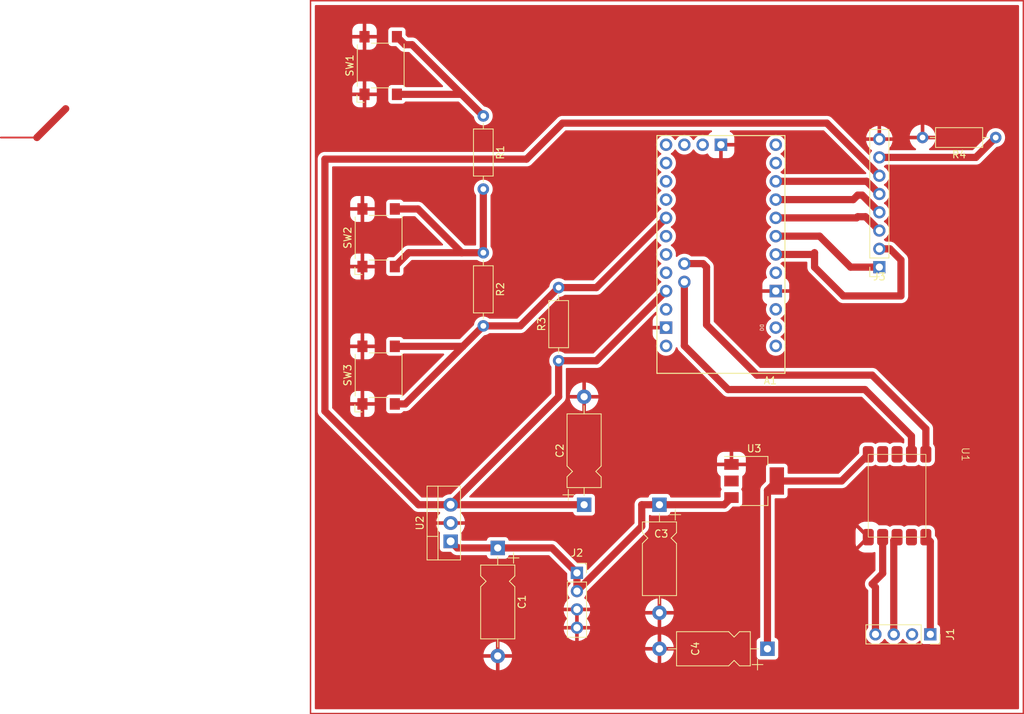
<source format=kicad_pcb>
(kicad_pcb (version 20221018) (generator pcbnew)
  (layers (0 "F.Cu" signal) (31 "B.Cu" signal) (34 "B.Paste" user) (35 "F.Paste" user) (36 "B.SilkS" user "B.Silkscreen") (37 "F.SilkS" user "F.Silkscreen") (38 "B.Mask" user) (39 "F.Mask" user) (44 "Edge.Cuts" user))
  (net 0 "")
  (net 1 "Net-(A1-PadA0)")
  (net 5 "Net-(A1-A4{slash}SDA)")
  (net 6 "Net-(A1-A5{slash}SCL)")
  (net 12 "Net-(A1-D3_INT1)")
  (net 13 "Net-(J3-Pin_1)")
  (net 14 "Net-(J3-Pin_3)")
  (net 15 "Net-(J3-Pin_4)")
  (net 16 "Net-(J3-Pin_5)")
  (net 23 "GND")
  (net 27 "+5V")
  (net 28 "Net-(J2-Pin_1)")
  (net 29 "+3.3V")
  (net 30 "Net-(J1-Pin_1)")
  (net 32 "Net-(J1-Pin_3)")
  (net 33 "Net-(J1-Pin_4)")
  (net 34 "Net-(J3-Pin_7)")
  (net 35 "Net-(R1-Pad1)")
  (net 36 "Net-(R1-Pad2)")
  (footprint "Package_TO_SOT_SMD:SOT-223-3_TabPin2" (layer "F.Cu") (at 123.61 107.7)
    (fp_text reference "U3" (at 0 -4.5) (layer "F.SilkS"))
    (fp_text value "AMS1117-3.3")
    (fp_line (start -4.1 -3.41) (end 1.91 -3.41) (stroke (width 0.12)) (layer "F.SilkS"))
    (fp_line (start -1.85 3.41) (end 1.91 3.41) (stroke (width 0.12)) (layer "F.SilkS"))
    (fp_line (start 1.91 -3.41) (end 1.91 -2.15) (stroke (width 0.12)) (layer "F.SilkS"))
    (fp_line (start 1.91 3.41) (end 1.91 2.15) (stroke (width 0.12)) (layer "F.SilkS"))
    (pad "1" smd rect (at -3.15 -2.3) (size 2 1.5) (layers "F.Cu" "F.Paste" "F.Mask") (net 23 "GND"))
    (pad "2" smd rect (at -3.15 0) (size 2 1.5) (layers "F.Cu" "F.Paste" "F.Mask") (net 29 "+3.3V"))
    (pad "2" smd rect (at 3.15 0) (size 2 3.8) (layers "F.Cu" "F.Paste" "F.Mask") (net 29 "+3.3V"))
    (pad "3" smd rect (at -3.15 2.3) (size 2 1.5) (layers "F.Cu" "F.Paste" "F.Mask") (net 28 "Net-(J2-Pin_1)"))
  )
  (footprint "Resistor_THT:R_Axial_DIN0207_L6.3mm_D2.5mm_P10.16mm_Horizontal" (layer "F.Cu") (at 86 76 -90)
    (fp_text reference "R2" (at 5.08 -2.37 90) (layer "F.SilkS"))
    (fp_text value "R")
    (fp_line (start 1.04 0) (end 1.81 0) (stroke (width 0.12)) (layer "F.SilkS"))
    (fp_line (start 1.81 -1.37) (end 1.81 1.37) (stroke (width 0.12)) (layer "F.SilkS"))
    (fp_line (start 1.81 1.37) (end 8.35 1.37) (stroke (width 0.12)) (layer "F.SilkS"))
    (fp_line (start 8.35 -1.37) (end 1.81 -1.37) (stroke (width 0.12)) (layer "F.SilkS"))
    (fp_line (start 8.35 1.37) (end 8.35 -1.37) (stroke (width 0.12)) (layer "F.SilkS"))
    (fp_line (start 9.12 0) (end 8.35 0) (stroke (width 0.12)) (layer "F.SilkS"))
    (pad "1" thru_hole circle (at 0 0 270) (size 1.6 1.6) (drill 0.8) (layers "*.Cu" "*.Mask") (net 36 "Net-(R1-Pad2)"))
    (pad "2" thru_hole oval (at 10.16 0 270) (size 1.6 1.6) (drill 0.8) (layers "*.Cu" "*.Mask") (net 1 "Net-(A1-PadA0)"))
  )
  (footprint "PCM_arduino-library:Clone_Pro_Mini_Socket_NoSPH" (layer "F.Cu") (at 119 76.24 180)
    (fp_text reference "A1" (at -6.858 -17.526) (layer "F.SilkS"))
    (fp_text value "Clone_Pro_Mini_Socket_NoSPH")
    (fp_text user "D0" (at -5.715 -10.16 90 unlocked) (layer "B.SilkS") (effects (font (size 0.5 0.5) (thickness 0.075)) (justify mirror)))
    (fp_text user "D0" (at -5.715 -10.16 90 unlocked) (layer "F.SilkS") (effects (font (size 0.5 0.5) (thickness 0.075))))
    (fp_line (start -8.89 -16.51) (end -8.89 16.51) (stroke (width 0.15)) (layer "F.SilkS"))
    (fp_line (start 8.89 -16.51) (end -8.89 -16.51) (stroke (width 0.15)) (layer "F.SilkS"))
    (fp_line (start 8.89 -16.51) (end 8.89 16.51) (stroke (width 0.15)) (layer "F.SilkS"))
    (fp_line (start 8.89 16.51) (end -8.89 16.51) (stroke (width 0.15)) (layer "F.SilkS"))
    (pad "A0" thru_hole circle (at 7.62 5.08 180) (size 1.7272 1.7272) (drill 1.016) (layers "*.Cu" "*.Mask") (net 1 "Net-(A1-PadA0)"))
    (pad "A1" thru_hole circle (at 7.62 2.54 180) (size 1.7272 1.7272) (drill 1.016) (layers "*.Cu" "*.Mask"))
    (pad "A2" thru_hole circle (at 7.62 0 180) (size 1.7272 1.7272) (drill 1.016) (layers "*.Cu" "*.Mask"))
    (pad "A3" thru_hole circle (at 7.62 -2.54 180) (size 1.7272 1.7272) (drill 1.016) (layers "*.Cu" "*.Mask"))
    (pad "A4" thru_hole circle (at 5.08 -1.27 180) (size 1.7272 1.7272) (drill 1.016) (layers "*.Cu" "*.Mask") (net 5 "Net-(A1-A4{slash}SDA)"))
    (pad "A5" thru_hole circle (at 5.08 -3.81 180) (size 1.7272 1.7272) (drill 1.016) (layers "*.Cu" "*.Mask") (net 6 "Net-(A1-A5{slash}SCL)"))
    (pad "A6" thru_hole circle (at 2.54 15.24 180) (size 1.7272 1.7272) (drill 1.016) (layers "*.Cu" "*.Mask"))
    (pad "A7" thru_hole circle (at 5.08 15.24 180) (size 1.7272 1.7272) (drill 1.016) (layers "*.Cu" "*.Mask"))
    (pad "D0" thru_hole circle (at -7.62 -10.16 180) (size 1.7272 1.7272) (drill 1.016) (layers "*.Cu" "*.Mask"))
    (pad "D1" thru_hole circle (at -7.62 -12.7 180) (size 1.7272 1.7272) (drill 1.016) (layers "*.Cu" "*.Mask"))
    (pad "D2" thru_hole circle (at -7.62 -2.54 180) (size 1.7272 1.7272) (drill 1.016) (layers "*.Cu" "*.Mask"))
    (pad "D3" thru_hole circle (at -7.62 0 180) (size 1.7272 1.7272) (drill 1.016) (layers "*.Cu" "*.Mask") (net 12 "Net-(A1-D3_INT1)"))
    (pad "D4" thru_hole circle (at -7.62 2.54 180) (size 1.7272 1.7272) (drill 1.016) (layers "*.Cu" "*.Mask") (net 13 "Net-(J3-Pin_1)"))
    (pad "D5" thru_hole circle (at -7.62 5.08 180) (size 1.7272 1.7272) (drill 1.016) (layers "*.Cu" "*.Mask") (net 14 "Net-(J3-Pin_3)"))
    (pad "D6" thru_hole circle (at -7.62 7.62 180) (size 1.7272 1.7272) (drill 1.016) (layers "*.Cu" "*.Mask") (net 15 "Net-(J3-Pin_4)"))
    (pad "D7" thru_hole circle (at -7.62 10.16 180) (size 1.7272 1.7272) (drill 1.016) (layers "*.Cu" "*.Mask") (net 16 "Net-(J3-Pin_5)"))
    (pad "D8" thru_hole circle (at -7.62 12.7 180) (size 1.7272 1.7272) (drill 1.016) (layers "*.Cu" "*.Mask"))
    (pad "D9" thru_hole circle (at -7.62 15.24 180) (size 1.7272 1.7272) (drill 1.016) (layers "*.Cu" "*.Mask"))
    (pad "D10" thru_hole circle (at 7.62 15.24 180) (size 1.7272 1.7272) (drill 1.016) (layers "*.Cu" "*.Mask"))
    (pad "D11" thru_hole circle (at 7.62 12.7 180) (size 1.7272 1.7272) (drill 1.016) (layers "*.Cu" "*.Mask"))
    (pad "D12" thru_hole circle (at 7.62 10.16 180) (size 1.7272 1.7272) (drill 1.016) (layers "*.Cu" "*.Mask"))
    (pad "D13" thru_hole circle (at 7.62 7.62 180) (size 1.7272 1.7272) (drill 1.016) (layers "*.Cu" "*.Mask"))
    (pad "GND1" thru_hole rect (at -7.62 -5.08 180) (size 1.7272 1.7272) (drill 1.016) (layers "*.Cu" "*.Mask") (net 23 "GND"))
    (pad "GND2" thru_hole rect (at 7.62 -10.16 180) (size 1.7272 1.7272) (drill 1.016) (layers "*.Cu" "*.Mask") (net 23 "GND"))
    (pad "GND3" thru_hole rect (at 0 15.24 180) (size 1.7272 1.7272) (drill 1.016) (layers "*.Cu" "*.Mask") (net 23 "GND"))
    (pad "RAW" thru_hole circle (at 7.62 -12.7 180) (size 1.7272 1.7272) (drill 1.016) (layers "*.Cu" "*.Mask"))
    (pad "RST1" thru_hole circle (at -7.62 -7.62 180) (size 1.7272 1.7272) (drill 1.016) (layers "*.Cu" "*.Mask"))
    (pad "RST2" thru_hole circle (at 7.62 -7.62 180) (size 1.7272 1.7272) (drill 1.016) (layers "*.Cu" "*.Mask"))
    (pad "Vcc1" thru_hole circle (at 7.62 -5.08 180) (size 1.7272 1.7272) (drill 1.016) (layers "*.Cu" "*.Mask") (net 27 "+5V"))
  )
  (footprint "Capacitor_THT:CP_Axial_L10.0mm_D4.5mm_P15.00mm_Horizontal" (layer "F.Cu") (at 125.46 131 180)
    (fp_text reference "C4" (at 10 0 270) (layer "F.SilkS"))
    (fp_text value "C")
    (fp_line (start 0.63 -2.2) (end 2.13 -2.2) (stroke (width 0.12)) (layer "F.SilkS"))
    (fp_line (start 1.24 0) (end 2.38 0) (stroke (width 0.12)) (layer "F.SilkS"))
    (fp_line (start 1.38 -2.95) (end 1.38 -1.45) (stroke (width 0.12)) (layer "F.SilkS"))
    (fp_line (start 2.38 -2.37) (end 2.38 2.37) (stroke (width 0.12)) (layer "F.SilkS"))
    (fp_line (start 2.38 -2.37) (end 3.88 -2.37) (stroke (width 0.12)) (layer "F.SilkS"))
    (fp_line (start 2.38 2.37) (end 3.88 2.37) (stroke (width 0.12)) (layer "F.SilkS"))
    (fp_line (start 3.88 -2.37) (end 4.63 -1.62) (stroke (width 0.12)) (layer "F.SilkS"))
    (fp_line (start 3.88 2.37) (end 4.63 1.62) (stroke (width 0.12)) (layer "F.SilkS"))
    (fp_line (start 4.63 -1.62) (end 5.38 -2.37) (stroke (width 0.12)) (layer "F.SilkS"))
    (fp_line (start 4.63 1.62) (end 5.38 2.37) (stroke (width 0.12)) (layer "F.SilkS"))
    (fp_line (start 5.38 -2.37) (end 12.62 -2.37) (stroke (width 0.12)) (layer "F.SilkS"))
    (fp_line (start 5.38 2.37) (end 12.62 2.37) (stroke (width 0.12)) (layer "F.SilkS"))
    (fp_line (start 12.62 -2.37) (end 12.62 2.37) (stroke (width 0.12)) (layer "F.SilkS"))
    (fp_line (start 13.76 0) (end 12.62 0) (stroke (width 0.12)) (layer "F.SilkS"))
    (pad "1" thru_hole rect (at 0 0 180) (size 2 2) (drill 1) (layers "*.Cu" "*.Mask") (net 29 "+3.3V"))
    (pad "2" thru_hole oval (at 15 0 180) (size 2 2) (drill 1) (layers "*.Cu" "*.Mask") (net 23 "GND"))
  )
  (footprint "Capacitor_THT:CP_Axial_L10.0mm_D4.5mm_P15.00mm_Horizontal" (layer "F.Cu") (at 88 117 -90)
    (fp_text reference "C1" (at 7.5 -3.37 90) (layer "F.SilkS"))
    (fp_text value "C")
    (fp_line (start 0.63 -2.2) (end 2.13 -2.2) (stroke (width 0.12)) (layer "F.SilkS"))
    (fp_line (start 1.24 0) (end 2.38 0) (stroke (width 0.12)) (layer "F.SilkS"))
    (fp_line (start 1.38 -2.95) (end 1.38 -1.45) (stroke (width 0.12)) (layer "F.SilkS"))
    (fp_line (start 2.38 -2.37) (end 2.38 2.37) (stroke (width 0.12)) (layer "F.SilkS"))
    (fp_line (start 2.38 -2.37) (end 3.88 -2.37) (stroke (width 0.12)) (layer "F.SilkS"))
    (fp_line (start 2.38 2.37) (end 3.88 2.37) (stroke (width 0.12)) (layer "F.SilkS"))
    (fp_line (start 3.88 -2.37) (end 4.63 -1.62) (stroke (width 0.12)) (layer "F.SilkS"))
    (fp_line (start 3.88 2.37) (end 4.63 1.62) (stroke (width 0.12)) (layer "F.SilkS"))
    (fp_line (start 4.63 -1.62) (end 5.38 -2.37) (stroke (width 0.12)) (layer "F.SilkS"))
    (fp_line (start 4.63 1.62) (end 5.38 2.37) (stroke (width 0.12)) (layer "F.SilkS"))
    (fp_line (start 5.38 -2.37) (end 12.62 -2.37) (stroke (width 0.12)) (layer "F.SilkS"))
    (fp_line (start 5.38 2.37) (end 12.62 2.37) (stroke (width 0.12)) (layer "F.SilkS"))
    (fp_line (start 12.62 -2.37) (end 12.62 2.37) (stroke (width 0.12)) (layer "F.SilkS"))
    (fp_line (start 13.76 0) (end 12.62 0) (stroke (width 0.12)) (layer "F.SilkS"))
    (pad "1" thru_hole rect (at 0 0 270) (size 2 2) (drill 1) (layers "*.Cu" "*.Mask") (net 28 "Net-(J2-Pin_1)"))
    (pad "2" thru_hole oval (at 15 0 270) (size 2 2) (drill 1) (layers "*.Cu" "*.Mask") (net 23 "GND"))
  )
  (footprint "Resistor_THT:R_Axial_DIN0207_L6.3mm_D2.5mm_P10.16mm_Horizontal" (layer "F.Cu") (at 96.46 91 90)
    (fp_text reference "R3" (at 5.08 -2.37 90) (layer "F.SilkS"))
    (fp_text value "R")
    (fp_line (start 1.04 0) (end 1.81 0) (stroke (width 0.12)) (layer "F.SilkS"))
    (fp_line (start 1.81 -1.37) (end 1.81 1.37) (stroke (width 0.12)) (layer "F.SilkS"))
    (fp_line (start 1.81 1.37) (end 8.35 1.37) (stroke (width 0.12)) (layer "F.SilkS"))
    (fp_line (start 8.35 -1.37) (end 1.81 -1.37) (stroke (width 0.12)) (layer "F.SilkS"))
    (fp_line (start 8.35 1.37) (end 8.35 -1.37) (stroke (width 0.12)) (layer "F.SilkS"))
    (fp_line (start 9.12 0) (end 8.35 0) (stroke (width 0.12)) (layer "F.SilkS"))
    (pad "1" thru_hole circle (at 0 0 90) (size 1.6 1.6) (drill 0.8) (layers "*.Cu" "*.Mask") (net 27 "+5V"))
    (pad "2" thru_hole oval (at 10.16 0 90) (size 1.6 1.6) (drill 0.8) (layers "*.Cu" "*.Mask") (net 1 "Net-(A1-PadA0)"))
  )
  (footprint "Connector_PinSocket_2.54mm:PinSocket_1x08_P2.54mm_Vertical" (layer "F.Cu") (at 141 78 180)
    (fp_text reference "J3" (at 0 -1.33) (layer "F.SilkS"))
    (fp_text value "Conn_01x08_Pin")
    (fp_line (start -1.33 1.27) (end -1.33 19.11) (stroke (width 0.12)) (layer "F.SilkS"))
    (fp_line (start -1.33 1.27) (end 1.33 1.27) (stroke (width 0.12)) (layer "F.SilkS"))
    (fp_line (start -1.33 19.11) (end 1.33 19.11) (stroke (width 0.12)) (layer "F.SilkS"))
    (fp_line (start 0 -1.33) (end 1.33 -1.33) (stroke (width 0.12)) (layer "F.SilkS"))
    (fp_line (start 1.33 -1.33) (end 1.33 0) (stroke (width 0.12)) (layer "F.SilkS"))
    (fp_line (start 1.33 1.27) (end 1.33 19.11) (stroke (width 0.12)) (layer "F.SilkS"))
    (pad "1" thru_hole rect (at 0 0 180) (size 1.7 1.7) (drill 1) (layers "*.Cu" "*.Mask") (net 13 "Net-(J3-Pin_1)"))
    (pad "2" thru_hole oval (at 0 2.54 180) (size 1.7 1.7) (drill 1) (layers "*.Cu" "*.Mask") (net 12 "Net-(A1-D3_INT1)"))
    (pad "3" thru_hole oval (at 0 5.08 180) (size 1.7 1.7) (drill 1) (layers "*.Cu" "*.Mask") (net 14 "Net-(J3-Pin_3)"))
    (pad "4" thru_hole oval (at 0 7.62 180) (size 1.7 1.7) (drill 1) (layers "*.Cu" "*.Mask") (net 15 "Net-(J3-Pin_4)"))
    (pad "5" thru_hole oval (at 0 10.16 180) (size 1.7 1.7) (drill 1) (layers "*.Cu" "*.Mask") (net 16 "Net-(J3-Pin_5)"))
    (pad "6" thru_hole oval (at 0 12.7 180) (size 1.7 1.7) (drill 1) (layers "*.Cu" "*.Mask") (net 27 "+5V"))
    (pad "7" thru_hole oval (at 0 15.24 180) (size 1.7 1.7) (drill 1) (layers "*.Cu" "*.Mask") (net 34 "Net-(J3-Pin_7)"))
    (pad "8" thru_hole oval (at 0 17.78 180) (size 1.7 1.7) (drill 1) (layers "*.Cu" "*.Mask") (net 23 "GND"))
  )
  (footprint "Resistor_THT:R_Axial_DIN0207_L6.3mm_D2.5mm_P10.16mm_Horizontal" (layer "F.Cu") (at 86 57 -90)
    (fp_text reference "R1" (at 5.08 -2.37 90) (layer "F.SilkS"))
    (fp_text value "R")
    (fp_line (start 1.04 0) (end 1.81 0) (stroke (width 0.12)) (layer "F.SilkS"))
    (fp_line (start 1.81 -1.37) (end 1.81 1.37) (stroke (width 0.12)) (layer "F.SilkS"))
    (fp_line (start 1.81 1.37) (end 8.35 1.37) (stroke (width 0.12)) (layer "F.SilkS"))
    (fp_line (start 8.35 -1.37) (end 1.81 -1.37) (stroke (width 0.12)) (layer "F.SilkS"))
    (fp_line (start 8.35 1.37) (end 8.35 -1.37) (stroke (width 0.12)) (layer "F.SilkS"))
    (fp_line (start 9.12 0) (end 8.35 0) (stroke (width 0.12)) (layer "F.SilkS"))
    (pad "1" thru_hole circle (at 0 0 270) (size 1.6 1.6) (drill 0.8) (layers "*.Cu" "*.Mask") (net 35 "Net-(R1-Pad1)"))
    (pad "2" thru_hole oval (at 10.16 0 270) (size 1.6 1.6) (drill 0.8) (layers "*.Cu" "*.Mask") (net 36 "Net-(R1-Pad2)"))
  )
  (footprint "Button_Switch_SMD:SW_SPST_Omron_B3FS-100xP" (layer "F.Cu") (at 71.46 93 90)
    (fp_text reference "SW3" (at 0 -4.3 90) (layer "F.SilkS"))
    (fp_text value "SW_Push")
    (fp_line (start -5.1 -3.3) (end -4.1 -3.3) (stroke (width 0.12)) (layer "F.SilkS"))
    (fp_line (start -5.1 -2.3) (end -5.1 -3.3) (stroke (width 0.12)) (layer "F.SilkS"))
    (fp_line (start -3.1 -1.3) (end -3.1 1.3) (stroke (width 0.12)) (layer "F.SilkS"))
    (fp_line (start 2.9 -3.25) (end -2.9 -3.25) (stroke (width 0.12)) (layer "F.SilkS"))
    (fp_line (start 3 3.25) (end -3 3.25) (stroke (width 0.12)) (layer "F.SilkS"))
    (fp_line (start 3.1 -1.3) (end 3.1 1.3) (stroke (width 0.12)) (layer "F.SilkS"))
    (pad "1" smd rect (at -4 -2.25 270) (size 1.6 1.4) (layers "F.Cu" "F.Paste" "F.Mask") (net 23 "GND"))
    (pad "1" smd rect (at 4 -2.25 270) (size 1.6 1.4) (layers "F.Cu" "F.Paste" "F.Mask") (net 23 "GND"))
    (pad "2" smd rect (at -4 2.25 270) (size 1.6 1.4) (layers "F.Cu" "F.Paste" "F.Mask") (net 1 "Net-(A1-PadA0)"))
    (pad "2" smd rect (at 4 2.25 270) (size 1.6 1.4) (layers "F.Cu" "F.Paste" "F.Mask") (net 1 "Net-(A1-PadA0)"))
  )
  (footprint "Resistor_THT:R_Axial_DIN0207_L6.3mm_D2.5mm_P10.16mm_Horizontal" (layer "F.Cu") (at 157.16 60 180)
    (fp_text reference "R4" (at 5.08 -2.37) (layer "F.SilkS"))
    (fp_text value "R")
    (fp_line (start 1.04 0) (end 1.81 0) (stroke (width 0.12)) (layer "F.SilkS"))
    (fp_line (start 1.81 -1.37) (end 1.81 1.37) (stroke (width 0.12)) (layer "F.SilkS"))
    (fp_line (start 1.81 1.37) (end 8.35 1.37) (stroke (width 0.12)) (layer "F.SilkS"))
    (fp_line (start 8.35 -1.37) (end 1.81 -1.37) (stroke (width 0.12)) (layer "F.SilkS"))
    (fp_line (start 8.35 1.37) (end 8.35 -1.37) (stroke (width 0.12)) (layer "F.SilkS"))
    (fp_line (start 9.12 0) (end 8.35 0) (stroke (width 0.12)) (layer "F.SilkS"))
    (pad "1" thru_hole circle (at 0 0 180) (size 1.6 1.6) (drill 0.8) (layers "*.Cu" "*.Mask") (net 34 "Net-(J3-Pin_7)"))
    (pad "2" thru_hole oval (at 10.16 0 180) (size 1.6 1.6) (drill 0.8) (layers "*.Cu" "*.Mask") (net 23 "GND"))
  )
  (footprint "Connector_PinSocket_2.54mm:PinSocket_1x04_P2.54mm_Vertical" (layer "F.Cu") (at 148.08 129 -90)
    (fp_text reference "J1" (at 0 -2.77 90) (layer "F.SilkS"))
    (fp_text value "Conn_01x04_Socket")
    (fp_line (start -1.33 1.27) (end -1.33 8.95) (stroke (width 0.12)) (layer "F.SilkS"))
    (fp_line (start -1.33 1.27) (end 1.33 1.27) (stroke (width 0.12)) (layer "F.SilkS"))
    (fp_line (start -1.33 8.95) (end 1.33 8.95) (stroke (width 0.12)) (layer "F.SilkS"))
    (fp_line (start 0 -1.33) (end 1.33 -1.33) (stroke (width 0.12)) (layer "F.SilkS"))
    (fp_line (start 1.33 -1.33) (end 1.33 0) (stroke (width 0.12)) (layer "F.SilkS"))
    (fp_line (start 1.33 1.27) (end 1.33 8.95) (stroke (width 0.12)) (layer "F.SilkS"))
    (pad "1" thru_hole rect (at 0 0 270) (size 1.7 1.7) (drill 1) (layers "*.Cu" "*.Mask") (net 30 "Net-(J1-Pin_1)"))
    (pad "2" thru_hole oval (at 0 2.54 270) (size 1.7 1.7) (drill 1) (layers "*.Cu" "*.Mask"))
    (pad "3" thru_hole oval (at 0 5.08 270) (size 1.7 1.7) (drill 1) (layers "*.Cu" "*.Mask") (net 32 "Net-(J1-Pin_3)"))
    (pad "4" thru_hole oval (at 0 7.62 270) (size 1.7 1.7) (drill 1) (layers "*.Cu" "*.Mask") (net 33 "Net-(J1-Pin_4)"))
  )
  (footprint "Button_Switch_SMD:SW_SPST_Omron_B3FS-100xP" (layer "F.Cu") (at 71.46 73.92 90)
    (fp_text reference "SW2" (at 0 -4.3 90) (layer "F.SilkS"))
    (fp_text value "SW_Push")
    (fp_line (start -5.1 -3.3) (end -4.1 -3.3) (stroke (width 0.12)) (layer "F.SilkS"))
    (fp_line (start -5.1 -2.3) (end -5.1 -3.3) (stroke (width 0.12)) (layer "F.SilkS"))
    (fp_line (start -3.1 -1.3) (end -3.1 1.3) (stroke (width 0.12)) (layer "F.SilkS"))
    (fp_line (start 2.9 -3.25) (end -2.9 -3.25) (stroke (width 0.12)) (layer "F.SilkS"))
    (fp_line (start 3 3.25) (end -3 3.25) (stroke (width 0.12)) (layer "F.SilkS"))
    (fp_line (start 3.1 -1.3) (end 3.1 1.3) (stroke (width 0.12)) (layer "F.SilkS"))
    (pad "1" smd rect (at -4 -2.25 270) (size 1.6 1.4) (layers "F.Cu" "F.Paste" "F.Mask") (net 23 "GND"))
    (pad "1" smd rect (at 4 -2.25 270) (size 1.6 1.4) (layers "F.Cu" "F.Paste" "F.Mask") (net 23 "GND"))
    (pad "2" smd rect (at -4 2.25 270) (size 1.6 1.4) (layers "F.Cu" "F.Paste" "F.Mask") (net 36 "Net-(R1-Pad2)"))
    (pad "2" smd rect (at 4 2.25 270) (size 1.6 1.4) (layers "F.Cu" "F.Paste" "F.Mask") (net 36 "Net-(R1-Pad2)"))
  )
  (footprint "Package_TO_SOT_THT:TO-220-3_Vertical" (layer "F.Cu") (at 81.46 116.08 90)
    (fp_text reference "U2" (at 2.54 -4.27 90) (layer "F.SilkS"))
    (fp_text value "LM7805_TO220")
    (fp_line (start -2.58 -3.27) (end -2.58 1.371) (stroke (width 0.12)) (layer "F.SilkS"))
    (fp_line (start -2.58 -3.27) (end 7.66 -3.27) (stroke (width 0.12)) (layer "F.SilkS"))
    (fp_line (start -2.58 -1.76) (end 7.66 -1.76) (stroke (width 0.12)) (layer "F.SilkS"))
    (fp_line (start -2.58 1.371) (end 7.66 1.371) (stroke (width 0.12)) (layer "F.SilkS"))
    (fp_line (start 0.69 -3.27) (end 0.69 -1.76) (stroke (width 0.12)) (layer "F.SilkS"))
    (fp_line (start 4.391 -3.27) (end 4.391 -1.76) (stroke (width 0.12)) (layer "F.SilkS"))
    (fp_line (start 7.66 -3.27) (end 7.66 1.371) (stroke (width 0.12)) (layer "F.SilkS"))
    (pad "1" thru_hole rect (at 0 0 90) (size 1.905 2) (drill 1.1) (layers "*.Cu" "*.Mask") (net 28 "Net-(J2-Pin_1)"))
    (pad "2" thru_hole oval (at 2.54 0 90) (size 1.905 2) (drill 1.1) (layers "*.Cu" "*.Mask") (net 23 "GND"))
    (pad "3" thru_hole oval (at 5.08 0 90) (size 1.905 2) (drill 1.1) (layers "*.Cu" "*.Mask") (net 27 "+5V"))
  )
  (footprint "Connector_PinSocket_2.54mm:PinSocket_1x04_P2.54mm_Vertical" (layer "F.Cu") (at 99 120.46)
    (fp_text reference "J2" (at 0 -2.77) (layer "F.SilkS"))
    (fp_text value "Conn_01x04_Socket")
    (fp_line (start -1.33 1.27) (end -1.33 8.95) (stroke (width 0.12)) (layer "F.SilkS"))
    (fp_line (start -1.33 1.27) (end 1.33 1.27) (stroke (width 0.12)) (layer "F.SilkS"))
    (fp_line (start -1.33 8.95) (end 1.33 8.95) (stroke (width 0.12)) (layer "F.SilkS"))
    (fp_line (start 0 -1.33) (end 1.33 -1.33) (stroke (width 0.12)) (layer "F.SilkS"))
    (fp_line (start 1.33 -1.33) (end 1.33 0) (stroke (width 0.12)) (layer "F.SilkS"))
    (fp_line (start 1.33 1.27) (end 1.33 8.95) (stroke (width 0.12)) (layer "F.SilkS"))
    (pad "1" thru_hole rect (at 0 0) (size 1.7 1.7) (drill 1) (layers "*.Cu" "*.Mask") (net 28 "Net-(J2-Pin_1)"))
    (pad "2" thru_hole oval (at 0 2.54) (size 1.7 1.7) (drill 1) (layers "*.Cu" "*.Mask") (net 28 "Net-(J2-Pin_1)"))
    (pad "3" thru_hole oval (at 0 5.08) (size 1.7 1.7) (drill 1) (layers "*.Cu" "*.Mask") (net 23 "GND"))
    (pad "4" thru_hole oval (at 0 7.62) (size 1.7 1.7) (drill 1) (layers "*.Cu" "*.Mask") (net 23 "GND"))
  )
  (footprint "Capacitor_THT:CP_Axial_L10.0mm_D4.5mm_P15.00mm_Horizontal" (layer "F.Cu") (at 100 111 90)
    (fp_text reference "C2" (at 7.5 -3.37 90) (layer "F.SilkS"))
    (fp_text value "C")
    (fp_line (start 0.63 -2.2) (end 2.13 -2.2) (stroke (width 0.12)) (layer "F.SilkS"))
    (fp_line (start 1.24 0) (end 2.38 0) (stroke (width 0.12)) (layer "F.SilkS"))
    (fp_line (start 1.38 -2.95) (end 1.38 -1.45) (stroke (width 0.12)) (layer "F.SilkS"))
    (fp_line (start 2.38 -2.37) (end 2.38 2.37) (stroke (width 0.12)) (layer "F.SilkS"))
    (fp_line (start 2.38 -2.37) (end 3.88 -2.37) (stroke (width 0.12)) (layer "F.SilkS"))
    (fp_line (start 2.38 2.37) (end 3.88 2.37) (stroke (width 0.12)) (layer "F.SilkS"))
    (fp_line (start 3.88 -2.37) (end 4.63 -1.62) (stroke (width 0.12)) (layer "F.SilkS"))
    (fp_line (start 3.88 2.37) (end 4.63 1.62) (stroke (width 0.12)) (layer "F.SilkS"))
    (fp_line (start 4.63 -1.62) (end 5.38 -2.37) (stroke (width 0.12)) (layer "F.SilkS"))
    (fp_line (start 4.63 1.62) (end 5.38 2.37) (stroke (width 0.12)) (layer "F.SilkS"))
    (fp_line (start 5.38 -2.37) (end 12.62 -2.37) (stroke (width 0.12)) (layer "F.SilkS"))
    (fp_line (start 5.38 2.37) (end 12.62 2.37) (stroke (width 0.12)) (layer "F.SilkS"))
    (fp_line (start 12.62 -2.37) (end 12.62 2.37) (stroke (width 0.12)) (layer "F.SilkS"))
    (fp_line (start 13.76 0) (end 12.62 0) (stroke (width 0.12)) (layer "F.SilkS"))
    (pad "1" thru_hole rect (at 0 0 90) (size 2 2) (drill 1) (layers "*.Cu" "*.Mask") (net 27 "+5V"))
    (pad "2" thru_hole oval (at 15 0 90) (size 2 2) (drill 1) (layers "*.Cu" "*.Mask") (net 23 "GND"))
  )
  (footprint "Button_Switch_SMD:SW_SPST_Omron_B3FS-100xP" (layer "F.Cu") (at 71.75 50 90)
    (fp_text reference "SW1" (at 0 -4.3 90) (layer "F.SilkS"))
    (fp_text value "SW_Push")
    (fp_line (start -5.1 -3.3) (end -4.1 -3.3) (stroke (width 0.12)) (layer "F.SilkS"))
    (fp_line (start -5.1 -2.3) (end -5.1 -3.3) (stroke (width 0.12)) (layer "F.SilkS"))
    (fp_line (start -3.1 -1.3) (end -3.1 1.3) (stroke (width 0.12)) (layer "F.SilkS"))
    (fp_line (start 2.9 -3.25) (end -2.9 -3.25) (stroke (width 0.12)) (layer "F.SilkS"))
    (fp_line (start 3 3.25) (end -3 3.25) (stroke (width 0.12)) (layer "F.SilkS"))
    (fp_line (start 3.1 -1.3) (end 3.1 1.3) (stroke (width 0.12)) (layer "F.SilkS"))
    (pad "1" smd rect (at -4 -2.25 270) (size 1.6 1.4) (layers "F.Cu" "F.Paste" "F.Mask") (net 23 "GND"))
    (pad "1" smd rect (at 4 -2.25 270) (size 1.6 1.4) (layers "F.Cu" "F.Paste" "F.Mask") (net 23 "GND"))
    (pad "2" smd rect (at -4 2.25 270) (size 1.6 1.4) (layers "F.Cu" "F.Paste" "F.Mask") (net 35 "Net-(R1-Pad1)"))
    (pad "2" smd rect (at 4 2.25 270) (size 1.6 1.4) (layers "F.Cu" "F.Paste" "F.Mask") (net 35 "Net-(R1-Pad1)"))
  )
  (footprint "Capacitor_THT:CP_Axial_L10.0mm_D4.5mm_P15.00mm_Horizontal" (layer "F.Cu") (at 110.46 111 -90)
    (fp_text reference "C3" (at 4.04 -0.2425) (layer "F.SilkS"))
    (fp_text value "C")
    (fp_line (start 0.63 -2.2) (end 2.13 -2.2) (stroke (width 0.12)) (layer "F.SilkS"))
    (fp_line (start 1.24 0) (end 2.38 0) (stroke (width 0.12)) (layer "F.SilkS"))
    (fp_line (start 1.38 -2.95) (end 1.38 -1.45) (stroke (width 0.12)) (layer "F.SilkS"))
    (fp_line (start 2.38 -2.37) (end 2.38 2.37) (stroke (width 0.12)) (layer "F.SilkS"))
    (fp_line (start 2.38 -2.37) (end 3.88 -2.37) (stroke (width 0.12)) (layer "F.SilkS"))
    (fp_line (start 2.38 2.37) (end 3.88 2.37) (stroke (width 0.12)) (layer "F.SilkS"))
    (fp_line (start 3.88 -2.37) (end 4.63 -1.62) (stroke (width 0.12)) (layer "F.SilkS"))
    (fp_line (start 3.88 2.37) (end 4.63 1.62) (stroke (width 0.12)) (layer "F.SilkS"))
    (fp_line (start 4.63 -1.62) (end 5.38 -2.37) (stroke (width 0.12)) (layer "F.SilkS"))
    (fp_line (start 4.63 1.62) (end 5.38 2.37) (stroke (width 0.12)) (layer "F.SilkS"))
    (fp_line (start 5.38 -2.37) (end 12.62 -2.37) (stroke (width 0.12)) (layer "F.SilkS"))
    (fp_line (start 5.38 2.37) (end 12.62 2.37) (stroke (width 0.12)) (layer "F.SilkS"))
    (fp_line (start 12.62 -2.37) (end 12.62 2.37) (stroke (width 0.12)) (layer "F.SilkS"))
    (fp_line (start 13.76 0) (end 12.62 0) (stroke (width 0.12)) (layer "F.SilkS"))
    (pad "1" thru_hole rect (at 0 0 270) (size 2 2) (drill 1) (layers "*.Cu" "*.Mask") (net 28 "Net-(J2-Pin_1)"))
    (pad "2" thru_hole oval (at 15 0 270) (size 2 2) (drill 1) (layers "*.Cu" "*.Mask") (net 23 "GND"))
  )
  (footprint "Library:rda" (layer "F.Cu") (at 147.46 104 -90)
    (fp_text reference "U1" (at 0 -5.5 -90 unlocked) (layer "F.SilkS") (effects (font (thickness 0.1))))
    (fp_text value "~")
    (fp_rect (start 0 0) (end 11.5 8) (stroke (width 0.1)) (fill none) (layer "F.SilkS"))
    (pad "1" smd roundrect (at 0 0 270) (size 2.286 1.524) (layers "F.Cu" "F.Paste" "F.Mask") (net 5 "Net-(A1-A4{slash}SDA)"))
    (pad "2" smd roundrect (at 0 2 270) (size 2.286 1.524) (layers "F.Cu" "F.Paste" "F.Mask") (net 6 "Net-(A1-A5{slash}SCL)"))
    (pad "3" smd roundrect (at 0 4 270) (size 2.286 1.524) (layers "F.Cu" "F.Paste" "F.Mask"))
    (pad "4" smd roundrect (at 0 6 270) (size 2.286 1.524) (layers "F.Cu" "F.Paste" "F.Mask"))
    (pad "5" smd roundrect (at 0 8 270) (size 2.286 1.524) (layers "F.Cu" "F.Paste" "F.Mask") (net 29 "+3.3V"))
    (pad "6" smd roundrect (at 11.5 0 270) (size 2.286 1.524) (layers "F.Cu" "F.Paste" "F.Mask") (net 30 "Net-(J1-Pin_1)"))
    (pad "7" smd roundrect (at 11.5 2 270) (size 2.286 1.524) (layers "F.Cu" "F.Paste" "F.Mask"))
    (pad "8" smd roundrect (at 11.5 4 270) (size 2.286 1.524) (layers "F.Cu" "F.Paste" "F.Mask") (net 32 "Net-(J1-Pin_3)"))
    (pad "9" smd roundrect (at 11.5 6 270) (size 2.286 1.524) (layers "F.Cu" "F.Paste" "F.Mask") (net 33 "Net-(J1-Pin_4)"))
    (pad "10" smd roundrect (at 11.5 8 270) (size 2.286 1.524) (layers "F.Cu" "F.Paste" "F.Mask") (net 23 "GND"))
  )
  (gr_rect (start 62 41) (end 161 140) (stroke (width 0.2)) (fill none) (layer "F.Cu"))
  (segment (start 19 60) (end 24 60) (width 0.25) (layer "F.Cu") (net 0))
  (segment (start 24 60) (end 28 56) (width 1) (layer "F.Cu") (net 0))
  (segment (start 96.46 80.84) (end 101.7 80.84) (width 1) (layer "F.Cu") (net 1))
  (segment (start 73.71 97) (end 75.16 97) (width 1) (layer "F.Cu") (net 1))
  (segment (start 83.16 89) (end 86 86.16) (width 1) (layer "F.Cu") (net 1))
  (segment (start 73.71 89) (end 83.16 89) (width 1) (layer "F.Cu") (net 1))
  (segment (start 91.14 86.16) (end 96.46 80.84) (width 1) (layer "F.Cu") (net 1))
  (segment (start 86 86.16) (end 91.14 86.16) (width 1) (layer "F.Cu") (net 1))
  (segment (start 75.16 97) (end 83.16 89) (width 1) (layer "F.Cu") (net 1))
  (segment (start 101.7 80.84) (end 111.38 71.16) (width 1) (layer "F.Cu") (net 1))
  (segment (start 140 93) (end 124 93) (width 1) (layer "F.Cu") (net 5))
  (segment (start 147.46 104) (end 147.46 100.46) (width 1) (layer "F.Cu") (net 5))
  (segment (start 124 93) (end 117 86) (width 1) (layer "F.Cu") (net 5))
  (segment (start 117 78) (end 116.51 77.51) (width 1) (layer "F.Cu") (net 5))
  (segment (start 117 86) (end 117 78) (width 1) (layer "F.Cu") (net 5))
  (segment (start 116.51 77.51) (end 113.92 77.51) (width 1) (layer "F.Cu") (net 5))
  (segment (start 147.46 100.46) (end 140 93) (width 1) (layer "F.Cu") (net 5))
  (segment (start 120 95) (end 113.92 88.92) (width 1) (layer "F.Cu") (net 6))
  (segment (start 145.46 104) (end 145.46 101.46) (width 1) (layer "F.Cu") (net 6))
  (segment (start 113.92 88.92) (end 113.92 80.05) (width 1) (layer "F.Cu") (net 6))
  (segment (start 145.46 101.46) (end 139 95) (width 1) (layer "F.Cu") (net 6))
  (segment (start 139 95) (end 120 95) (width 1) (layer "F.Cu") (net 6))
  (segment (start 132 78) (end 132 76) (width 1) (layer "F.Cu") (net 12))
  (segment (start 144 77) (end 144 82) (width 1) (layer "F.Cu") (net 12))
  (segment (start 131.76 76.24) (end 126.62 76.24) (width 1) (layer "F.Cu") (net 12))
  (segment (start 132 76) (end 131.76 76.24) (width 1) (layer "F.Cu") (net 12))
  (segment (start 136 82) (end 132 78) (width 1) (layer "F.Cu") (net 12))
  (segment (start 144 82) (end 136 82) (width 1) (layer "F.Cu") (net 12))
  (segment (start 141 75.46) (end 142.46 75.46) (width 1) (layer "F.Cu") (net 12))
  (segment (start 142.46 75.46) (end 144 77) (width 1) (layer "F.Cu") (net 12))
  (segment (start 137 78) (end 132.7 73.7) (width 1) (layer "F.Cu") (net 13))
  (segment (start 132.7 73.7) (end 126.62 73.7) (width 1) (layer "F.Cu") (net 13))
  (segment (start 141 78) (end 137 78) (width 1) (layer "F.Cu") (net 13))
  (segment (start 141 72.92) (end 139.08 71) (width 1) (layer "F.Cu") (net 14))
  (segment (start 139.08 71) (end 138 71) (width 1) (layer "F.Cu") (net 14))
  (segment (start 137.84 71.16) (end 126.62 71.16) (width 1) (layer "F.Cu") (net 14))
  (segment (start 138 71) (end 137.84 71.16) (width 1) (layer "F.Cu") (net 14))
  (segment (start 137.38 68.62) (end 126.62 68.62) (width 1) (layer "F.Cu") (net 15))
  (segment (start 141 70.38) (end 138.62 68) (width 1) (layer "F.Cu") (net 15))
  (segment (start 138.62 68) (end 138 68) (width 1) (layer "F.Cu") (net 15))
  (segment (start 138 68) (end 137.38 68.62) (width 1) (layer "F.Cu") (net 15))
  (segment (start 139.24 66.08) (end 141 67.84) (width 1) (layer "F.Cu") (net 16))
  (segment (start 126.62 66.08) (end 139.24 66.08) (width 1) (layer "F.Cu") (net 16))
  (segment (start 101.7 91) (end 111.38 81.32) (width 1) (layer "F.Cu") (net 27))
  (segment (start 96.46 96) (end 81.46 111) (width 1) (layer "F.Cu") (net 27))
  (segment (start 96.46 91) (end 96.46 96) (width 1) (layer "F.Cu") (net 27))
  (segment (start 64 98) (end 77 111) (width 1) (layer "F.Cu") (net 27))
  (segment (start 96.46 91) (end 101.7 91) (width 1) (layer "F.Cu") (net 27))
  (segment (start 141 65.3) (end 133.7 58) (width 1) (layer "F.Cu") (net 27))
  (segment (start 64 63) (end 64 98) (width 1) (layer "F.Cu") (net 27))
  (segment (start 133.7 58) (end 97 58) (width 1) (layer "F.Cu") (net 27))
  (segment (start 92 63) (end 64 63) (width 1) (layer "F.Cu") (net 27))
  (segment (start 97 58) (end 92 63) (width 1) (layer "F.Cu") (net 27))
  (segment (start 77 111) (end 81.46 111) (width 1) (layer "F.Cu") (net 27))
  (segment (start 100 111) (end 81.46 111) (width 1) (layer "F.Cu") (net 27))
  (segment (start 88 117) (end 95.54 117) (width 1) (layer "F.Cu") (net 28))
  (segment (start 119.46 111) (end 120.46 110) (width 1) (layer "F.Cu") (net 28))
  (segment (start 99 120.46) (end 99 123) (width 1) (layer "F.Cu") (net 28))
  (segment (start 82.38 117) (end 81.46 116.08) (width 1) (layer "F.Cu") (net 28))
  (segment (start 108 111) (end 110.46 111) (width 1) (layer "F.Cu") (net 28))
  (segment (start 110.46 111) (end 119.46 111) (width 1) (layer "F.Cu") (net 28))
  (segment (start 108 114) (end 108 111) (width 1) (layer "F.Cu") (net 28))
  (segment (start 99 123) (end 108 114) (width 1) (layer "F.Cu") (net 28))
  (segment (start 88 117) (end 82.38 117) (width 1) (layer "F.Cu") (net 28))
  (segment (start 95.54 117) (end 99 120.46) (width 1) (layer "F.Cu") (net 28))
  (segment (start 125.46 109) (end 126.76 107.7) (width 1) (layer "F.Cu") (net 29))
  (segment (start 135.76 107.7) (end 139.46 104) (width 1) (layer "F.Cu") (net 29))
  (segment (start 126.76 107.7) (end 135.76 107.7) (width 1) (layer "F.Cu") (net 29))
  (segment (start 125.46 131) (end 125.46 109) (width 1) (layer "F.Cu") (net 29))
  (segment (start 147.46 115.5) (end 148.08 116.12) (width 1) (layer "F.Cu") (net 30))
  (segment (start 148.08 116.12) (end 148.08 129) (width 1) (layer "F.Cu") (net 30))
  (segment (start 143.46 115.5) (end 143 115.96) (width 1) (layer "F.Cu") (net 32))
  (segment (start 143 115.96) (end 143 129) (width 1) (layer "F.Cu") (net 32))
  (segment (start 141.46 120.54) (end 140 122) (width 1) (layer "F.Cu") (net 33))
  (segment (start 140 122) (end 140.46 122.46) (width 1) (layer "F.Cu") (net 33))
  (segment (start 140.46 122.46) (end 140.46 129) (width 1) (layer "F.Cu") (net 33))
  (segment (start 141.46 115.5) (end 141.46 120.54) (width 1) (layer "F.Cu") (net 33))
  (segment (start 141 62.76) (end 154.4 62.76) (width 1) (layer "F.Cu") (net 34))
  (segment (start 154.4 62.76) (end 157.16 60) (width 1) (layer "F.Cu") (net 34))
  (segment (start 74 54) (end 83 54) (width 1) (layer "F.Cu") (net 35))
  (segment (start 75.11 47.11) (end 76.11 47.11) (width 1) (layer "F.Cu") (net 35))
  (segment (start 74 46) (end 75.11 47.11) (width 1) (layer "F.Cu") (net 35))
  (segment (start 83 54) (end 86 57) (width 1) (layer "F.Cu") (net 35))
  (segment (start 76.11 47.11) (end 86 57) (width 1) (layer "F.Cu") (net 35))
  (segment (start 73.71 69.92) (end 76.92 69.92) (width 1) (layer "F.Cu") (net 36))
  (segment (start 86 76) (end 83 76) (width 1) (layer "F.Cu") (net 36))
  (segment (start 76.92 69.92) (end 83 76) (width 1) (layer "F.Cu") (net 36))
  (segment (start 83 76) (end 75.63 76) (width 1) (layer "F.Cu") (net 36))
  (segment (start 75.63 76) (end 73.71 77.92) (width 1) (layer "F.Cu") (net 36))
  (segment (start 86 67.16) (end 86 76) (width 1) (layer "F.Cu") (net 36))
  (zone (net 23) (net_name "GND") (layer "F.Cu") (connect_pads (clearance 0.5)) (min_thickness 0.25) (fill yes (thermal_gap 1) (thermal_bridge_width 0.5))
    (polygon (pts (xy 62 41) (xy 161 41) (xy 161 140) (xy 62 140)))
  )
)
</source>
